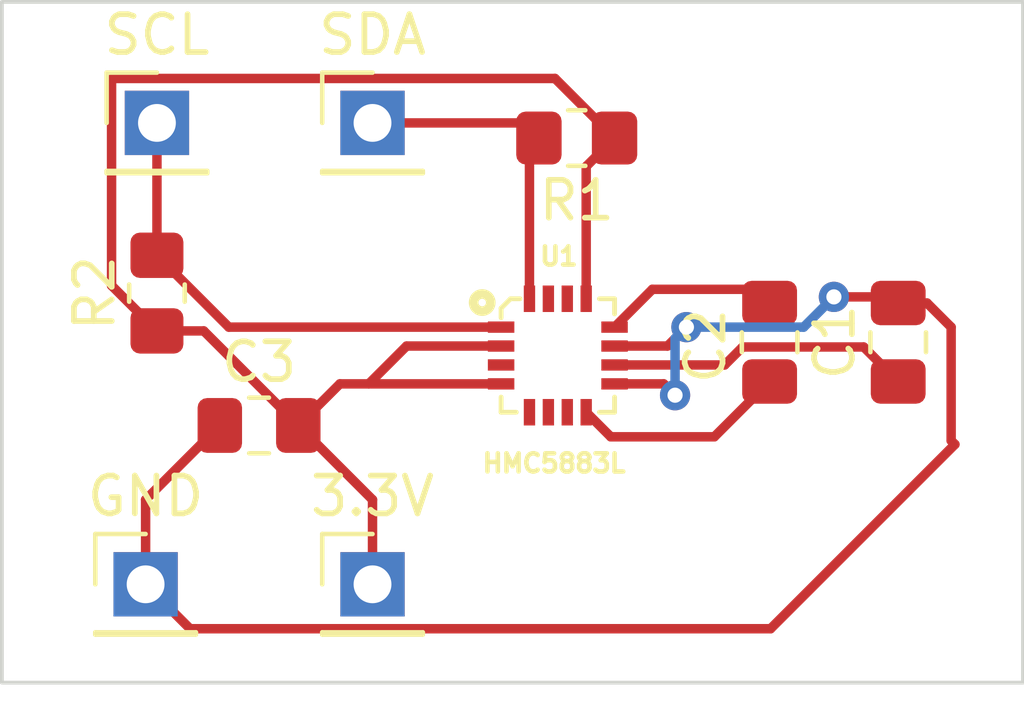
<source format=kicad_pcb>
(kicad_pcb (version 20221018) (generator pcbnew)
  (layers (0 "F.Cu" signal) (31 "B.Cu" signal) (34 "B.Paste" user) (35 "F.Paste" user) (36 "B.SilkS" user "B.Silkscreen") (37 "F.SilkS" user "F.Silkscreen") (38 "B.Mask" user) (39 "F.Mask" user) (44 "Edge.Cuts" user))
  (net 0 "")
  (net 1 "Net-(U1-10(C1))")
  (net 2 "GND")
  (net 3 "Net-(U1-12(SETC))")
  (net 4 "Net-(U1-8(SETP))")
  (net 5 "3.3V")
  (net 6 "SDA")
  (net 7 "SCL")
  (footprint "Resistor_SMD:R_0805_2012Metric_Pad1.20x1.40mm_HandSolder" (layer "F.Cu") (at 156 88.9 180)
    (fp_text reference "R1" (at 0 -1.65) (layer "F.SilkS"))
    (fp_text value "4.7K")
    (fp_line (start -0.227064 -0.735) (end 0.227064 -0.735) (stroke (width 0.12)) (layer "F.SilkS"))
    (fp_line (start -0.227064 0.735) (end 0.227064 0.735) (stroke (width 0.12)) (layer "F.SilkS"))
    (pad "1" smd roundrect (at -1 0 180) (size 1.2 1.4) (layers "F.Cu" "F.Paste" "F.Mask") (roundrect_rratio 0.208333) (net 5 "3.3V"))
    (pad "2" smd roundrect (at 1 0 180) (size 1.2 1.4) (layers "F.Cu" "F.Paste" "F.Mask") (roundrect_rratio 0.208333) (net 6 "SDA"))
  )
  (footprint "Connector_PinHeader_2.54mm:PinHeader_1x01_P2.54mm_Vertical" (layer "F.Cu") (at 150.6 100.7)
    (fp_text reference "3.3V" (at 0 -2.33) (layer "F.SilkS"))
    (fp_text value "3.3V")
    (fp_line (start -1.33 -1.33) (end 0 -1.33) (stroke (width 0.12)) (layer "F.SilkS"))
    (fp_line (start -1.33 0) (end -1.33 -1.33) (stroke (width 0.12)) (layer "F.SilkS"))
    (fp_line (start -1.33 1.27) (end -1.33 1.33) (stroke (width 0.12)) (layer "F.SilkS"))
    (fp_line (start -1.33 1.27) (end 1.33 1.27) (stroke (width 0.12)) (layer "F.SilkS"))
    (fp_line (start -1.33 1.33) (end 1.33 1.33) (stroke (width 0.12)) (layer "F.SilkS"))
    (fp_line (start 1.33 1.27) (end 1.33 1.33) (stroke (width 0.12)) (layer "F.SilkS"))
    (pad "1" thru_hole rect (at 0 0) (size 1.7 1.7) (drill 1) (layers "*.Cu" "*.Mask") (net 5 "3.3V"))
  )
  (footprint "Resistor_SMD:R_0805_2012Metric_Pad1.20x1.40mm_HandSolder" (layer "F.Cu") (at 144.9 93 90)
    (fp_text reference "R2" (at 0 -1.65 90) (layer "F.SilkS"))
    (fp_text value "4.7K")
    (fp_line (start -0.227064 -0.735) (end 0.227064 -0.735) (stroke (width 0.12)) (layer "F.SilkS"))
    (fp_line (start -0.227064 0.735) (end 0.227064 0.735) (stroke (width 0.12)) (layer "F.SilkS"))
    (pad "1" smd roundrect (at -1 0 90) (size 1.2 1.4) (layers "F.Cu" "F.Paste" "F.Mask") (roundrect_rratio 0.208333) (net 5 "3.3V"))
    (pad "2" smd roundrect (at 1 0 90) (size 1.2 1.4) (layers "F.Cu" "F.Paste" "F.Mask") (roundrect_rratio 0.208333) (net 7 "SCL"))
  )
  (footprint "lib:PLCC16-0.5-3X3MM" (layer "F.Cu") (at 154 96.15)
    (property "VALUE" "HMC5883L")
    (fp_text reference "U1" (at 1.52657 -4.121744) (layer "F.SilkS") (effects (font (size 0.480809 0.480809))))
    (fp_text value "HMC5883L" (at 1.4 1.35) (layer "F.SilkS") (effects (font (size 0.480101 0.480101) (thickness 0.120025))))
    (fp_line (start 0 -2.75) (end 0 -2.5) (stroke (width 0.127)) (layer "F.SilkS"))
    (fp_line (start 0 0) (end 0 -0.4) (stroke (width 0.127)) (layer "F.SilkS"))
    (fp_line (start 0.25 -3) (end 0 -2.75) (stroke (width 0.127)) (layer "F.SilkS"))
    (fp_line (start 0.4 0) (end 0 0) (stroke (width 0.127)) (layer "F.SilkS"))
    (fp_line (start 0.5 -3) (end 0.25 -3) (stroke (width 0.127)) (layer "F.SilkS"))
    (fp_line (start 2.6 -3) (end 3 -3) (stroke (width 0.127)) (layer "F.SilkS"))
    (fp_line (start 3 -2.6) (end 3 -3) (stroke (width 0.127)) (layer "F.SilkS"))
    (fp_line (start 3 -0.4) (end 3 0) (stroke (width 0.127)) (layer "F.SilkS"))
    (fp_line (start 3 0) (end 2.6 0) (stroke (width 0.127)) (layer "F.SilkS"))
    (fp_circle (center -0.5 -2.9) (end -0.4 -2.9) (stroke (width 0.254)) (fill none) (layer "F.SilkS"))
    (pad "1" smd rect (at 0 -2.25) (size 0.7 0.3) (layers "F.Cu" "F.Paste" "F.Mask") (net 7 "SCL"))
    (pad "2" smd rect (at 0 -1.75) (size 0.7 0.3) (layers "F.Cu" "F.Paste" "F.Mask") (net 5 "3.3V"))
    (pad "3" smd rect (at 0 -1.25) (size 0.7 0.3) (layers "F.Cu" "F.Paste" "F.Mask"))
    (pad "4" smd rect (at 0 -0.75) (size 0.7 0.3) (layers "F.Cu" "F.Paste" "F.Mask") (net 5 "3.3V"))
    (pad "5" smd rect (at 0.75 0 90) (size 0.7 0.3) (layers "F.Cu" "F.Paste" "F.Mask"))
    (pad "6" smd rect (at 1.25 0 90) (size 0.7 0.3) (layers "F.Cu" "F.Paste" "F.Mask"))
    (pad "7" smd rect (at 1.75 0 90) (size 0.7 0.3) (layers "F.Cu" "F.Paste" "F.Mask"))
    (pad "8" smd rect (at 2.25 0 90) (size 0.7 0.3) (layers "F.Cu" "F.Paste" "F.Mask") (net 4 "Net-(U1-8(SETP))"))
    (pad "9" smd rect (at 3 -0.75) (size 0.7 0.3) (layers "F.Cu" "F.Paste" "F.Mask") (net 2 "GND"))
    (pad "10" smd rect (at 3 -1.25) (size 0.7 0.3) (layers "F.Cu" "F.Paste" "F.Mask") (net 1 "Net-(U1-10(C1))"))
    (pad "11" smd rect (at 3 -1.75) (size 0.7 0.3) (layers "F.Cu" "F.Paste" "F.Mask") (net 2 "GND"))
    (pad "12" smd rect (at 3 -2.25) (size 0.7 0.3) (layers "F.Cu" "F.Paste" "F.Mask") (net 3 "Net-(U1-12(SETC))"))
    (pad "13" smd rect (at 2.25 -3 90) (size 0.7 0.3) (layers "F.Cu" "F.Paste" "F.Mask") (net 5 "3.3V"))
    (pad "14" smd rect (at 1.75 -3 90) (size 0.7 0.3) (layers "F.Cu" "F.Paste" "F.Mask"))
    (pad "15" smd rect (at 1.25 -3 90) (size 0.7 0.3) (layers "F.Cu" "F.Paste" "F.Mask"))
    (pad "16" smd rect (at 0.75 -3 90) (size 0.7 0.3) (layers "F.Cu" "F.Paste" "F.Mask") (net 6 "SDA"))
  )
  (footprint "Capacitor_SMD:C_0805_2012Metric_Pad1.18x1.45mm_HandSolder" (layer "F.Cu") (at 164.5 94.3 90)
    (fp_text reference "C1" (at 0 -1.68 90) (layer "F.SilkS"))
    (fp_text value "4.7uF")
    (fp_line (start -0.261252 -0.735) (end 0.261252 -0.735) (stroke (width 0.12)) (layer "F.SilkS"))
    (fp_line (start -0.261252 0.735) (end 0.261252 0.735) (stroke (width 0.12)) (layer "F.SilkS"))
    (pad "1" smd roundrect (at -1.0375 0 90) (size 1.175 1.45) (layers "F.Cu" "F.Paste" "F.Mask") (roundrect_rratio 0.212766) (net 1 "Net-(U1-10(C1))"))
    (pad "2" smd roundrect (at 1.0375 0 90) (size 1.175 1.45) (layers "F.Cu" "F.Paste" "F.Mask") (roundrect_rratio 0.212766) (net 2 "GND"))
  )
  (footprint "Connector_PinHeader_2.54mm:PinHeader_1x01_P2.54mm_Vertical" (layer "F.Cu") (at 150.6 88.5)
    (fp_text reference "SDA" (at 0 -2.33) (layer "F.SilkS"))
    (fp_text value "SDA")
    (fp_line (start -1.33 -1.33) (end 0 -1.33) (stroke (width 0.12)) (layer "F.SilkS"))
    (fp_line (start -1.33 0) (end -1.33 -1.33) (stroke (width 0.12)) (layer "F.SilkS"))
    (fp_line (start -1.33 1.27) (end -1.33 1.33) (stroke (width 0.12)) (layer "F.SilkS"))
    (fp_line (start -1.33 1.27) (end 1.33 1.27) (stroke (width 0.12)) (layer "F.SilkS"))
    (fp_line (start -1.33 1.33) (end 1.33 1.33) (stroke (width 0.12)) (layer "F.SilkS"))
    (fp_line (start 1.33 1.27) (end 1.33 1.33) (stroke (width 0.12)) (layer "F.SilkS"))
    (pad "1" thru_hole rect (at 0 0) (size 1.7 1.7) (drill 1) (layers "*.Cu" "*.Mask") (net 6 "SDA"))
  )
  (footprint "Capacitor_SMD:C_0805_2012Metric_Pad1.18x1.45mm_HandSolder" (layer "F.Cu") (at 161.1 94.3 -90)
    (fp_text reference "C2" (at 0.1 1.7 90) (layer "F.SilkS"))
    (fp_text value "220nF")
    (fp_line (start -0.261252 -0.735) (end 0.261252 -0.735) (stroke (width 0.12)) (layer "F.SilkS"))
    (fp_line (start -0.261252 0.735) (end 0.261252 0.735) (stroke (width 0.12)) (layer "F.SilkS"))
    (pad "1" smd roundrect (at -1.0375 0 270) (size 1.175 1.45) (layers "F.Cu" "F.Paste" "F.Mask") (roundrect_rratio 0.212766) (net 3 "Net-(U1-12(SETC))"))
    (pad "2" smd roundrect (at 1.0375 0 270) (size 1.175 1.45) (layers "F.Cu" "F.Paste" "F.Mask") (roundrect_rratio 0.212766) (net 4 "Net-(U1-8(SETP))"))
  )
  (footprint "Connector_PinHeader_2.54mm:PinHeader_1x01_P2.54mm_Vertical" (layer "F.Cu") (at 144.6 100.7)
    (fp_text reference "GND" (at 0 -2.33) (layer "F.SilkS"))
    (fp_text value "GND")
    (fp_line (start -1.33 -1.33) (end 0 -1.33) (stroke (width 0.12)) (layer "F.SilkS"))
    (fp_line (start -1.33 0) (end -1.33 -1.33) (stroke (width 0.12)) (layer "F.SilkS"))
    (fp_line (start -1.33 1.27) (end -1.33 1.33) (stroke (width 0.12)) (layer "F.SilkS"))
    (fp_line (start -1.33 1.27) (end 1.33 1.27) (stroke (width 0.12)) (layer "F.SilkS"))
    (fp_line (start -1.33 1.33) (end 1.33 1.33) (stroke (width 0.12)) (layer "F.SilkS"))
    (fp_line (start 1.33 1.27) (end 1.33 1.33) (stroke (width 0.12)) (layer "F.SilkS"))
    (pad "1" thru_hole rect (at 0 0) (size 1.7 1.7) (drill 1) (layers "*.Cu" "*.Mask") (net 2 "GND"))
  )
  (footprint "Capacitor_SMD:C_0805_2012Metric_Pad1.18x1.45mm_HandSolder" (layer "F.Cu") (at 147.6 96.5)
    (fp_text reference "C3" (at 0 -1.68) (layer "F.SilkS"))
    (fp_text value "100nF")
    (fp_line (start -0.261252 -0.735) (end 0.261252 -0.735) (stroke (width 0.12)) (layer "F.SilkS"))
    (fp_line (start -0.261252 0.735) (end 0.261252 0.735) (stroke (width 0.12)) (layer "F.SilkS"))
    (pad "1" smd roundrect (at -1.0375 0) (size 1.175 1.45) (layers "F.Cu" "F.Paste" "F.Mask") (roundrect_rratio 0.212766) (net 2 "GND"))
    (pad "2" smd roundrect (at 1.0375 0) (size 1.175 1.45) (layers "F.Cu" "F.Paste" "F.Mask") (roundrect_rratio 0.212766) (net 5 "3.3V"))
  )
  (footprint "Connector_PinHeader_2.54mm:PinHeader_1x01_P2.54mm_Vertical" (layer "F.Cu") (at 144.9 88.5)
    (fp_text reference "SCL" (at 0 -2.33) (layer "F.SilkS"))
    (fp_text value "SCL")
    (fp_line (start -1.33 -1.33) (end 0 -1.33) (stroke (width 0.12)) (layer "F.SilkS"))
    (fp_line (start -1.33 0) (end -1.33 -1.33) (stroke (width 0.12)) (layer "F.SilkS"))
    (fp_line (start -1.33 1.27) (end -1.33 1.33) (stroke (width 0.12)) (layer "F.SilkS"))
    (fp_line (start -1.33 1.27) (end 1.33 1.27) (stroke (width 0.12)) (layer "F.SilkS"))
    (fp_line (start -1.33 1.33) (end 1.33 1.33) (stroke (width 0.12)) (layer "F.SilkS"))
    (fp_line (start 1.33 1.27) (end 1.33 1.33) (stroke (width 0.12)) (layer "F.SilkS"))
    (pad "1" thru_hole rect (at 0 0) (size 1.7 1.7) (drill 1) (layers "*.Cu" "*.Mask") (net 7 "SCL"))
  )
  (gr_rect (start 140.8 85.3) (end 167.8 103.3) (stroke (width 0.1)) (fill none) (layer "Edge.Cuts"))
  (segment (start 159.911827 94.9) (end 160.386827 94.425) (width 0.25) (layer "F.Cu") (net 1))
  (segment (start 160.386827 94.425) (end 163.5875 94.425) (width 0.25) (layer "F.Cu") (net 1))
  (segment (start 163.5875 94.425) (end 164.5 95.3375) (width 0.25) (layer "F.Cu") (net 1))
  (segment (start 157 94.9) (end 159.911827 94.9) (width 0.25) (layer "F.Cu") (net 1))
  (segment (start 165.9 93.9) (end 165.9 96.9) (width 0.25) (layer "F.Cu") (net 2))
  (segment (start 157 94.4) (end 158.4 94.4) (width 0.25) (layer "F.Cu") (net 2))
  (segment (start 146.5625 96.5) (end 144.6 98.4625) (width 0.25) (layer "F.Cu") (net 2))
  (segment (start 164.3375 93.1) (end 164.5 93.2625) (width 0.25) (layer "F.Cu") (net 2))
  (segment (start 161.125 101.875) (end 145.775 101.875) (width 0.25) (layer "F.Cu") (net 2))
  (segment (start 164.5 93.2625) (end 165.2625 93.2625) (width 0.25) (layer "F.Cu") (net 2))
  (segment (start 162.8 93.1) (end 164.3375 93.1) (width 0.25) (layer "F.Cu") (net 2))
  (segment (start 166 97) (end 161.125 101.875) (width 0.25) (layer "F.Cu") (net 2))
  (segment (start 157 95.4) (end 158.3 95.4) (width 0.25) (layer "F.Cu") (net 2))
  (segment (start 165.2625 93.2625) (end 165.9 93.9) (width 0.25) (layer "F.Cu") (net 2))
  (segment (start 145.775 101.875) (end 144.6 100.7) (width 0.25) (layer "F.Cu") (net 2))
  (segment (start 158.3 95.4) (end 158.6 95.7) (width 0.25) (layer "F.Cu") (net 2))
  (segment (start 144.6 98.4625) (end 144.6 100.7) (width 0.25) (layer "F.Cu") (net 2))
  (segment (start 158.4 94.4) (end 158.9 93.9) (width 0.25) (layer "F.Cu") (net 2))
  (segment (start 165.9 96.9) (end 166 97) (width 0.25) (layer "F.Cu") (net 2))
  (via (at 162.8 93.1) (size 0.8) (drill 0.4) (layers "F.Cu" "B.Cu") (net 2))
  (via (at 158.6 95.7) (size 0.8) (drill 0.4) (layers "F.Cu" "B.Cu") (net 2))
  (via (at 158.9 93.9) (size 0.8) (drill 0.4) (layers "F.Cu" "B.Cu") (net 2))
  (segment (start 158.6 94.2) (end 158.9 93.9) (width 0.25) (layer "B.Cu") (net 2))
  (segment (start 162 93.9) (end 162.8 93.1) (width 0.25) (layer "B.Cu") (net 2))
  (segment (start 158.6 95.7) (end 158.6 94.2) (width 0.25) (layer "B.Cu") (net 2))
  (segment (start 158.9 93.9) (end 162 93.9) (width 0.25) (layer "B.Cu") (net 2))
  (segment (start 158 92.9) (end 160.7375 92.9) (width 0.25) (layer "F.Cu") (net 3))
  (segment (start 160.7375 92.9) (end 161.1 93.2625) (width 0.25) (layer "F.Cu") (net 3))
  (segment (start 157 93.9) (end 158 92.9) (width 0.25) (layer "F.Cu") (net 3))
  (segment (start 156.25 96.15) (end 156.9 96.8) (width 0.25) (layer "F.Cu") (net 4))
  (segment (start 156.9 96.8) (end 159.6375 96.8) (width 0.25) (layer "F.Cu") (net 4))
  (segment (start 159.6375 96.8) (end 161.1 95.3375) (width 0.25) (layer "F.Cu") (net 4))
  (segment (start 156.25 89.65) (end 157 88.9) (width 0.25) (layer "F.Cu") (net 5))
  (segment (start 144.9 94) (end 146.1375 94) (width 0.25) (layer "F.Cu") (net 5))
  (segment (start 151.5 94.4) (end 150.5 95.4) (width 0.25) (layer "F.Cu") (net 5))
  (segment (start 156.25 93.15) (end 156.25 89.65) (width 0.25) (layer "F.Cu") (net 5))
  (segment (start 155.425 87.325) (end 143.725 87.325) (width 0.25) (layer "F.Cu") (net 5))
  (segment (start 150.6 98.4625) (end 148.6375 96.5) (width 0.25) (layer "F.Cu") (net 5))
  (segment (start 143.725 87.325) (end 143.7 87.35) (width 0.25) (layer "F.Cu") (net 5))
  (segment (start 154 94.4) (end 151.5 94.4) (width 0.25) (layer "F.Cu") (net 5))
  (segment (start 149.7375 95.4) (end 150.5 95.4) (width 0.25) (layer "F.Cu") (net 5))
  (segment (start 148.6375 96.5) (end 149.7375 95.4) (width 0.25) (layer "F.Cu") (net 5))
  (segment (start 150.6 100.7) (end 150.6 98.4625) (width 0.25) (layer "F.Cu") (net 5))
  (segment (start 143.7 92.8) (end 144.9 94) (width 0.25) (layer "F.Cu") (net 5))
  (segment (start 157 88.9) (end 155.425 87.325) (width 0.25) (layer "F.Cu") (net 5))
  (segment (start 146.1375 94) (end 148.6375 96.5) (width 0.25) (layer "F.Cu") (net 5))
  (segment (start 150.5 95.4) (end 154 95.4) (width 0.25) (layer "F.Cu") (net 5))
  (segment (start 143.7 87.35) (end 143.7 92.8) (width 0.25) (layer "F.Cu") (net 5))
  (segment (start 154.75 93.15) (end 154.75 89.15) (width 0.25) (layer "F.Cu") (net 6))
  (segment (start 154.6 88.5) (end 150.6 88.5) (width 0.25) (layer "F.Cu") (net 6))
  (segment (start 154.75 89.15) (end 155 88.9) (width 0.25) (layer "F.Cu") (net 6))
  (segment (start 155 88.9) (end 154.6 88.5) (width 0.25) (layer "F.Cu") (net 6))
  (segment (start 154 93.9) (end 146.8 93.9) (width 0.25) (layer "F.Cu") (net 7))
  (segment (start 144.9 88.5) (end 144.9 92) (width 0.25) (layer "F.Cu") (net 7))
  (segment (start 146.8 93.9) (end 144.9 92) (width 0.25) (layer "F.Cu") (net 7))
)
</source>
